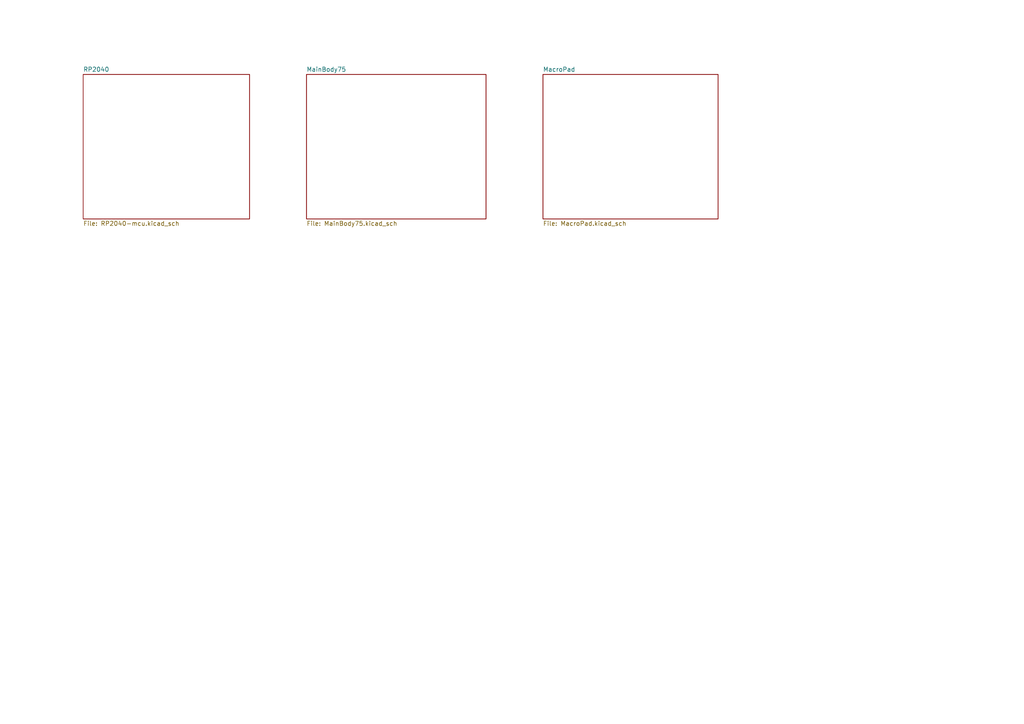
<source format=kicad_sch>
(kicad_sch (version 20211123) (generator eeschema)
  (paper "A4")
  (lib_symbols)
  (sheet (at 88.9 21.59) (size 52.07 41.91) (stroke (width 0.1524))
    (property "Sheet name" "MainBody75" (at 88.9 20.8784 0) (effects (justify left bottom)))
    (property "Sheet file" "MainBody75.kicad_sch" (at 88.9 64.0846 0) (effects (justify left top)))
  )
  (sheet (at 157.48 21.59) (size 50.8 41.91) (stroke (width 0.1524))
    (property "Sheet name" "MacroPad" (at 157.48 20.8784 0) (effects (justify left bottom)))
    (property "Sheet file" "MacroPad.kicad_sch" (at 157.48 64.0846 0) (effects (justify left top)))
  )
  (sheet (at 24.13 21.59) (size 48.26 41.91) (stroke (width 0.1524))
    (property "Sheet name" "RP2040" (at 24.13 20.8784 0) (effects (justify left bottom)))
    (property "Sheet file" "RP2040-mcu.kicad_sch" (at 24.13 64.0846 0) (effects (justify left top)))
  )
)
</source>
